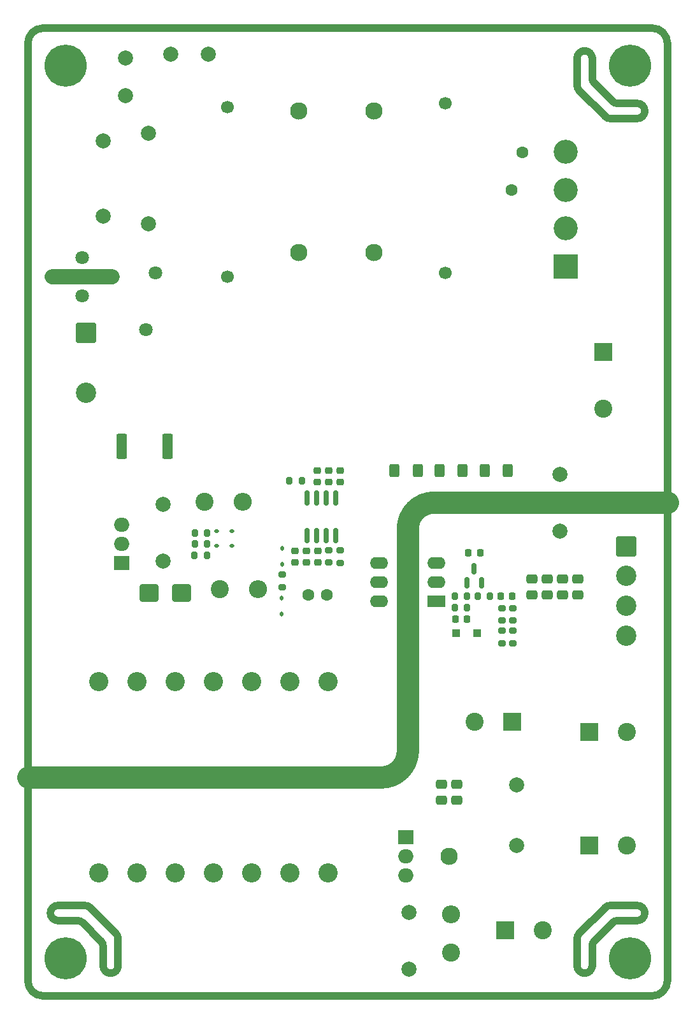
<source format=gbr>
%TF.GenerationSoftware,KiCad,Pcbnew,8.99.0-984-gafcdfd85a7*%
%TF.CreationDate,2024-06-08T13:09:11+02:00*%
%TF.ProjectId,ACDC120V24,41434443-3132-4305-9632-342e6b696361,rev?*%
%TF.SameCoordinates,Original*%
%TF.FileFunction,Soldermask,Top*%
%TF.FilePolarity,Negative*%
%FSLAX46Y46*%
G04 Gerber Fmt 4.6, Leading zero omitted, Abs format (unit mm)*
G04 Created by KiCad (PCBNEW 8.99.0-984-gafcdfd85a7) date 2024-06-08 13:09:11*
%MOMM*%
%LPD*%
G01*
G04 APERTURE LIST*
G04 Aperture macros list*
%AMRoundRect*
0 Rectangle with rounded corners*
0 $1 Rounding radius*
0 $2 $3 $4 $5 $6 $7 $8 $9 X,Y pos of 4 corners*
0 Add a 4 corners polygon primitive as box body*
4,1,4,$2,$3,$4,$5,$6,$7,$8,$9,$2,$3,0*
0 Add four circle primitives for the rounded corners*
1,1,$1+$1,$2,$3*
1,1,$1+$1,$4,$5*
1,1,$1+$1,$6,$7*
1,1,$1+$1,$8,$9*
0 Add four rect primitives between the rounded corners*
20,1,$1+$1,$2,$3,$4,$5,0*
20,1,$1+$1,$4,$5,$6,$7,0*
20,1,$1+$1,$6,$7,$8,$9,0*
20,1,$1+$1,$8,$9,$2,$3,0*%
G04 Aperture macros list end*
%ADD10C,1.000000*%
%ADD11C,3.000000*%
%ADD12C,2.000000*%
%ADD13RoundRect,0.200000X-0.275000X0.200000X-0.275000X-0.200000X0.275000X-0.200000X0.275000X0.200000X0*%
%ADD14C,2.400000*%
%ADD15O,2.400000X2.400000*%
%ADD16RoundRect,0.200000X-0.200000X-0.275000X0.200000X-0.275000X0.200000X0.275000X-0.200000X0.275000X0*%
%ADD17RoundRect,0.200000X0.275000X-0.200000X0.275000X0.200000X-0.275000X0.200000X-0.275000X-0.200000X0*%
%ADD18C,3.600000*%
%ADD19C,5.600000*%
%ADD20RoundRect,0.250000X-0.400000X-0.625000X0.400000X-0.625000X0.400000X0.625000X-0.400000X0.625000X0*%
%ADD21R,3.200000X3.200000*%
%ADD22C,3.200000*%
%ADD23C,2.550000*%
%ADD24C,1.800000*%
%ADD25RoundRect,0.250000X0.475000X-0.337500X0.475000X0.337500X-0.475000X0.337500X-0.475000X-0.337500X0*%
%ADD26RoundRect,0.225000X0.250000X-0.225000X0.250000X0.225000X-0.250000X0.225000X-0.250000X-0.225000X0*%
%ADD27C,2.000000*%
%ADD28RoundRect,0.225000X-0.250000X0.225000X-0.250000X-0.225000X0.250000X-0.225000X0.250000X0.225000X0*%
%ADD29RoundRect,0.250000X-0.475000X0.337500X-0.475000X-0.337500X0.475000X-0.337500X0.475000X0.337500X0*%
%ADD30R,2.400000X2.400000*%
%ADD31C,1.700000*%
%ADD32RoundRect,0.112500X-0.112500X0.187500X-0.112500X-0.187500X0.112500X-0.187500X0.112500X0.187500X0*%
%ADD33RoundRect,0.249999X-0.450001X-1.425001X0.450001X-1.425001X0.450001X1.425001X-0.450001X1.425001X0*%
%ADD34R,2.400000X1.600000*%
%ADD35O,2.400000X1.600000*%
%ADD36RoundRect,0.112500X-0.187500X-0.112500X0.187500X-0.112500X0.187500X0.112500X-0.187500X0.112500X0*%
%ADD37C,1.600000*%
%ADD38RoundRect,0.150000X0.150000X-0.587500X0.150000X0.587500X-0.150000X0.587500X-0.150000X-0.587500X0*%
%ADD39C,2.300000*%
%ADD40RoundRect,0.225000X-0.225000X-0.250000X0.225000X-0.250000X0.225000X0.250000X-0.225000X0.250000X0*%
%ADD41RoundRect,0.250001X-1.099999X1.099999X-1.099999X-1.099999X1.099999X-1.099999X1.099999X1.099999X0*%
%ADD42C,2.700000*%
%ADD43RoundRect,0.250000X0.300000X0.300000X-0.300000X0.300000X-0.300000X-0.300000X0.300000X-0.300000X0*%
%ADD44RoundRect,0.225000X0.225000X0.250000X-0.225000X0.250000X-0.225000X-0.250000X0.225000X-0.250000X0*%
%ADD45RoundRect,0.200000X0.200000X0.275000X-0.200000X0.275000X-0.200000X-0.275000X0.200000X-0.275000X0*%
%ADD46R,2.000000X1.905000*%
%ADD47O,2.000000X1.905000*%
%ADD48RoundRect,0.250000X1.000000X0.900000X-1.000000X0.900000X-1.000000X-0.900000X1.000000X-0.900000X0*%
%ADD49RoundRect,0.112500X0.187500X0.112500X-0.187500X0.112500X-0.187500X-0.112500X0.187500X-0.112500X0*%
%ADD50RoundRect,0.150000X-0.150000X0.825000X-0.150000X-0.825000X0.150000X-0.825000X0.150000X0.825000X0*%
G04 APERTURE END LIST*
D10*
X109892107Y-150853893D02*
X106477893Y-154268107D01*
X33185000Y-36061000D02*
G75*
G02*
X35185000Y-34061000I2000000J0D01*
G01*
X109892107Y-150853893D02*
G75*
G02*
X110599214Y-150561027I707193J-707407D01*
G01*
X108185000Y-158561000D02*
X108185000Y-155975214D01*
X44892107Y-154268107D02*
G75*
G02*
X45184973Y-154975214I-707407J-707193D01*
G01*
D11*
X33185000Y-133561000D02*
X80185000Y-133561000D01*
D10*
X114185000Y-44061000D02*
G75*
G02*
X115185000Y-45061000I0J-1000000D01*
G01*
X40477893Y-152853893D02*
X42892107Y-155268107D01*
X110599214Y-46061000D02*
X114185000Y-46061000D01*
X115185000Y-151561000D02*
X115185000Y-151561000D01*
D12*
X36385000Y-67061000D02*
X44385000Y-67061000D01*
D10*
X118185000Y-36061000D02*
X118185000Y-160561000D01*
X115185000Y-45061000D02*
X115185000Y-45061000D01*
X107185000Y-159561000D02*
G75*
G02*
X106185000Y-158561000I0J1000000D01*
G01*
X45185000Y-158561000D02*
G75*
G02*
X44185000Y-159561000I-1000000J0D01*
G01*
X107185000Y-159561000D02*
X107185000Y-159561000D01*
X118185000Y-160561000D02*
G75*
G02*
X116185000Y-162561000I-2000000J0D01*
G01*
X108185000Y-155975214D02*
G75*
G02*
X108477907Y-155268121I999900J14D01*
G01*
X106185000Y-38061000D02*
X106185000Y-41646786D01*
X108185000Y-158561000D02*
G75*
G02*
X107185000Y-159561000I-1000000J0D01*
G01*
X110892107Y-152853893D02*
G75*
G02*
X111599214Y-152561039I707093J-707207D01*
G01*
X106185000Y-154975214D02*
G75*
G02*
X106477886Y-154268100I1000000J14D01*
G01*
X39770786Y-152561000D02*
G75*
G02*
X40477879Y-152853907I14J-999900D01*
G01*
X45185000Y-158561000D02*
X45185000Y-154975214D01*
X37185000Y-152561000D02*
G75*
G02*
X36185000Y-151561000I0J1000000D01*
G01*
X110599214Y-46061000D02*
G75*
G02*
X109892121Y-45768093I-14J999900D01*
G01*
X106185000Y-38061000D02*
G75*
G02*
X107185000Y-37061000I1000000J0D01*
G01*
X36185000Y-151561000D02*
G75*
G02*
X37185000Y-150561000I1000000J0D01*
G01*
X115185000Y-45061000D02*
G75*
G02*
X114185000Y-46061000I-1000000J0D01*
G01*
X110892107Y-43768107D02*
X108477893Y-41353893D01*
X108185000Y-40646786D02*
X108185000Y-38061000D01*
X35185000Y-162561000D02*
G75*
G02*
X33185000Y-160561000I0J2000000D01*
G01*
X106477893Y-42353893D02*
G75*
G02*
X106185027Y-41646786I707407J707193D01*
G01*
X37185000Y-152561000D02*
X39770786Y-152561000D01*
X42892107Y-155268107D02*
G75*
G02*
X43184961Y-155975214I-707207J-707093D01*
G01*
X111599214Y-152561000D02*
X114185000Y-152561000D01*
X40770786Y-150561000D02*
X37185000Y-150561000D01*
X107185000Y-37061000D02*
X107185000Y-37061000D01*
D11*
X87185000Y-97061000D02*
X118185000Y-97061000D01*
X83685000Y-100561000D02*
X83685000Y-130061000D01*
D10*
X44892107Y-154268107D02*
X41477893Y-150853893D01*
X44185000Y-159561000D02*
X44185000Y-159561000D01*
X106185000Y-154975214D02*
X106185000Y-158561000D01*
D11*
X83685000Y-130061000D02*
G75*
G02*
X80185000Y-133561000I-3500000J0D01*
G01*
D10*
X116185000Y-162561000D02*
X35185000Y-162561000D01*
X114185000Y-150561000D02*
X110599214Y-150561000D01*
X115185000Y-151561000D02*
G75*
G02*
X114185000Y-152561000I-1000000J0D01*
G01*
X33185000Y-160561000D02*
X33185000Y-36061000D01*
X114185000Y-150561000D02*
G75*
G02*
X115185000Y-151561000I0J-1000000D01*
G01*
X44185000Y-159561000D02*
G75*
G02*
X43185000Y-158561000I0J1000000D01*
G01*
X107185000Y-37061000D02*
G75*
G02*
X108185000Y-38061000I0J-1000000D01*
G01*
X111599214Y-44061000D02*
G75*
G02*
X110892100Y-43768114I-14J1000000D01*
G01*
X40770786Y-150561000D02*
G75*
G02*
X41477900Y-150853886I14J-1000000D01*
G01*
X106477893Y-42353893D02*
X109892107Y-45768107D01*
X108477893Y-155268107D02*
X110892107Y-152853893D01*
X36185000Y-151561000D02*
X36185000Y-151561000D01*
D11*
X83685000Y-100561000D02*
G75*
G02*
X87185000Y-97061000I3500000J0D01*
G01*
D10*
X114185000Y-44061000D02*
X111599214Y-44061000D01*
X108477893Y-41353893D02*
G75*
G02*
X108185039Y-40646786I707207J707093D01*
G01*
X116185000Y-34061000D02*
G75*
G02*
X118185000Y-36061000I0J-2000000D01*
G01*
X43185000Y-155975214D02*
X43185000Y-158561000D01*
X35185000Y-34061000D02*
X116185000Y-34061000D01*
D13*
%TO.C,R15*%
X96171200Y-114066200D03*
X96171200Y-115716200D03*
%TD*%
%TO.C,R17*%
X97671200Y-111094200D03*
X97671200Y-112744200D03*
%TD*%
D14*
%TO.C,R23*%
X56695000Y-96961000D03*
D15*
X61775000Y-96961000D03*
%TD*%
D16*
%TO.C,R12*%
X89935000Y-111011000D03*
X91585000Y-111011000D03*
%TD*%
D17*
%TO.C,R18*%
X96171200Y-112744200D03*
X96171200Y-111094200D03*
%TD*%
D18*
%TO.C,H2*%
X113185000Y-157561000D03*
D19*
X113185000Y-157561000D03*
%TD*%
D20*
%TO.C,R6*%
X93885000Y-92811000D03*
X96985000Y-92811000D03*
%TD*%
D21*
%TO.C,D6*%
X104685000Y-65721000D03*
D22*
X104685000Y-60641000D03*
X104685000Y-55561000D03*
X104685000Y-50481000D03*
%TD*%
D23*
%TO.C,TR1*%
X73102000Y-120857000D03*
X68022000Y-120857000D03*
X62942000Y-120857000D03*
X57862000Y-120857000D03*
X52782000Y-120857000D03*
X47702000Y-120857000D03*
X42622000Y-120857000D03*
X42622000Y-146257000D03*
X47702000Y-146257000D03*
X52782000Y-146257000D03*
X57862000Y-146257000D03*
X62942000Y-146257000D03*
X68022000Y-146257000D03*
X73102000Y-146257000D03*
%TD*%
D24*
%TO.C,F1*%
X40385000Y-69601000D03*
X40385000Y-64521000D03*
%TD*%
D25*
%TO.C,C17*%
X100185000Y-109298500D03*
X100185000Y-107223500D03*
%TD*%
D24*
%TO.C,RV1*%
X50185000Y-66561000D03*
X48885000Y-74061000D03*
%TD*%
D26*
%TO.C,C2*%
X71685000Y-94361000D03*
X71685000Y-92811000D03*
%TD*%
D27*
%TO.C,SW1*%
X43185000Y-49061000D03*
X49185000Y-48061000D03*
X43185000Y-59061000D03*
X49185000Y-60061000D03*
%TD*%
D28*
%TO.C,C4*%
X70215000Y-103436000D03*
X70215000Y-104986000D03*
%TD*%
D27*
%TO.C,C12*%
X103935000Y-100811000D03*
X103935000Y-93311000D03*
%TD*%
D29*
%TO.C,C21*%
X104235000Y-107223500D03*
X104235000Y-109298500D03*
%TD*%
D27*
%TO.C,C29*%
X83835000Y-159011000D03*
X83835000Y-151511000D03*
%TD*%
D28*
%TO.C,C10*%
X73185000Y-92811000D03*
X73185000Y-94361000D03*
%TD*%
D30*
%TO.C,C26*%
X96598541Y-153861000D03*
D14*
X101598541Y-153861000D03*
%TD*%
D31*
%TO.C,C7*%
X59685000Y-44561000D03*
X59685000Y-67061000D03*
%TD*%
D16*
%TO.C,R3*%
X55360000Y-101086000D03*
X57010000Y-101086000D03*
%TD*%
D28*
%TO.C,C5*%
X71715000Y-103436000D03*
X71715000Y-104986000D03*
%TD*%
D16*
%TO.C,R2*%
X55360000Y-102561000D03*
X57010000Y-102561000D03*
%TD*%
D32*
%TO.C,D4*%
X66935000Y-109761000D03*
X66935000Y-111861000D03*
%TD*%
D30*
%TO.C,C25*%
X107798541Y-142561000D03*
D14*
X112798541Y-142561000D03*
%TD*%
D33*
%TO.C,R5*%
X45635000Y-89561000D03*
X51735000Y-89561000D03*
%TD*%
D32*
%TO.C,D3*%
X66965000Y-103136000D03*
X66965000Y-105236000D03*
%TD*%
D34*
%TO.C,U2*%
X87510000Y-110186000D03*
D35*
X87510000Y-107646000D03*
X87510000Y-105106000D03*
X79890000Y-105106000D03*
X79890000Y-107646000D03*
X79890000Y-110186000D03*
%TD*%
D31*
%TO.C,C11*%
X88685000Y-44061000D03*
X88685000Y-66561000D03*
%TD*%
D30*
%TO.C,C16*%
X109685000Y-77061000D03*
D14*
X109685000Y-84561000D03*
%TD*%
D29*
%TO.C,C28*%
X88185000Y-134486000D03*
X88185000Y-136561000D03*
%TD*%
D36*
%TO.C,D2*%
X58235000Y-100886000D03*
X60335000Y-100886000D03*
%TD*%
D37*
%TO.C,C6*%
X70435000Y-109311000D03*
X72935000Y-109311000D03*
%TD*%
D14*
%TO.C,R22*%
X58685000Y-108561000D03*
D15*
X63765000Y-108561000D03*
%TD*%
D30*
%TO.C,C24*%
X97571459Y-126174541D03*
D14*
X92571459Y-126174541D03*
%TD*%
D38*
%TO.C,U3*%
X91560000Y-107698500D03*
X93460000Y-107698500D03*
X92510000Y-105823500D03*
%TD*%
D39*
%TO.C,FL1*%
X69185000Y-63811000D03*
X79185000Y-63811000D03*
X69185000Y-45061000D03*
X79185000Y-45061000D03*
%TD*%
D40*
%TO.C,C14*%
X91735000Y-103761000D03*
X93285000Y-103761000D03*
%TD*%
D20*
%TO.C,R8*%
X81885000Y-92811000D03*
X84985000Y-92811000D03*
%TD*%
D18*
%TO.C,H4*%
X113185000Y-39061000D03*
D19*
X113185000Y-39061000D03*
%TD*%
D27*
%TO.C,C9*%
X46185000Y-43061000D03*
X46185000Y-38061000D03*
%TD*%
D25*
%TO.C,C27*%
X90217000Y-136561000D03*
X90217000Y-134486000D03*
%TD*%
D26*
%TO.C,C1*%
X74685000Y-94361000D03*
X74685000Y-92811000D03*
%TD*%
D14*
%TO.C,R24*%
X89435000Y-156791000D03*
D15*
X89435000Y-151711000D03*
%TD*%
D13*
%TO.C,R16*%
X97671200Y-114066200D03*
X97671200Y-115716200D03*
%TD*%
D37*
%TO.C,TH1*%
X97435000Y-55561000D03*
X98935000Y-50561000D03*
%TD*%
D16*
%TO.C,R1*%
X67960000Y-94161000D03*
X69610000Y-94161000D03*
%TD*%
D41*
%TO.C,J1*%
X40935000Y-74561000D03*
D42*
X40935000Y-82481000D03*
%TD*%
D40*
%TO.C,C15*%
X96041200Y-109506200D03*
X97591200Y-109506200D03*
%TD*%
D20*
%TO.C,R7*%
X87885000Y-92811000D03*
X90985000Y-92811000D03*
%TD*%
D25*
%TO.C,C20*%
X106235000Y-109298500D03*
X106235000Y-107223500D03*
%TD*%
D27*
%TO.C,C8*%
X57185000Y-37561000D03*
X52185000Y-37561000D03*
%TD*%
D16*
%TO.C,R4*%
X55335000Y-104086000D03*
X56985000Y-104086000D03*
%TD*%
D13*
%TO.C,R11*%
X74685000Y-103411000D03*
X74685000Y-105061000D03*
%TD*%
D41*
%TO.C,J2*%
X112685000Y-102843500D03*
D42*
X112685000Y-106803500D03*
X112685000Y-110763500D03*
X112685000Y-114723500D03*
%TD*%
D43*
%TO.C,D5*%
X92891200Y-114406200D03*
X90091200Y-114406200D03*
%TD*%
D27*
%TO.C,C22*%
X51185000Y-104811000D03*
X51185000Y-97311000D03*
%TD*%
D44*
%TO.C,C13*%
X91535000Y-112511000D03*
X89985000Y-112511000D03*
%TD*%
D45*
%TO.C,R13*%
X91585000Y-109511000D03*
X89935000Y-109511000D03*
%TD*%
D17*
%TO.C,R9*%
X66965000Y-108261000D03*
X66965000Y-106611000D03*
%TD*%
D13*
%TO.C,R10*%
X73185000Y-103386000D03*
X73185000Y-105036000D03*
%TD*%
D46*
%TO.C,D8*%
X83437000Y-141484000D03*
D47*
X83437000Y-144024000D03*
X83437000Y-146564000D03*
%TD*%
D28*
%TO.C,C3*%
X68715000Y-103436000D03*
X68715000Y-104986000D03*
%TD*%
D39*
%TO.C,HS2*%
X89185000Y-144061000D03*
%TD*%
D18*
%TO.C,H3*%
X38185000Y-157561000D03*
D19*
X38185000Y-157561000D03*
%TD*%
D29*
%TO.C,C18*%
X102235000Y-107223500D03*
X102235000Y-109298500D03*
%TD*%
D30*
%TO.C,C23*%
X107798541Y-127561000D03*
D14*
X112798541Y-127561000D03*
%TD*%
D45*
%TO.C,R14*%
X94616200Y-109506200D03*
X92966200Y-109506200D03*
%TD*%
D48*
%TO.C,D7*%
X53585000Y-109061000D03*
X49285000Y-109061000D03*
%TD*%
D49*
%TO.C,D1*%
X60335000Y-102786000D03*
X58235000Y-102786000D03*
%TD*%
D27*
%TO.C,L1*%
X98185000Y-134561000D03*
X98185000Y-142561000D03*
%TD*%
D50*
%TO.C,U1*%
X74120000Y-96461000D03*
X72850000Y-96461000D03*
X71580000Y-96461000D03*
X70310000Y-96461000D03*
X70310000Y-101411000D03*
X71580000Y-101411000D03*
X72850000Y-101411000D03*
X74120000Y-101411000D03*
%TD*%
D46*
%TO.C,Q1*%
X45685000Y-105101000D03*
D47*
X45685000Y-102561000D03*
X45685000Y-100021000D03*
%TD*%
D18*
%TO.C,H1*%
X38185000Y-39061000D03*
D19*
X38185000Y-39061000D03*
%TD*%
M02*

</source>
